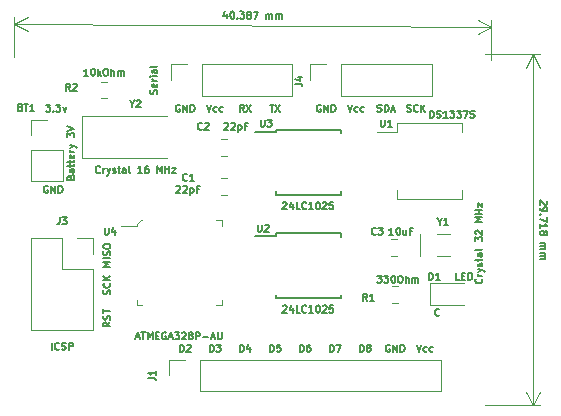
<source format=gto>
%TF.GenerationSoftware,KiCad,Pcbnew,(5.1.6)-1*%
%TF.CreationDate,2020-07-20T22:25:38-05:00*%
%TF.ProjectId,Project 3 - BACEE_2_layer,50726f6a-6563-4742-9033-202d20424143,1*%
%TF.SameCoordinates,Original*%
%TF.FileFunction,Legend,Top*%
%TF.FilePolarity,Positive*%
%FSLAX46Y46*%
G04 Gerber Fmt 4.6, Leading zero omitted, Abs format (unit mm)*
G04 Created by KiCad (PCBNEW (5.1.6)-1) date 2020-07-20 22:25:38*
%MOMM*%
%LPD*%
G01*
G04 APERTURE LIST*
%ADD10C,0.150000*%
%ADD11C,0.120000*%
%ADD12C,0.100000*%
G04 APERTURE END LIST*
D10*
X96899428Y-101273285D02*
X96928000Y-101301857D01*
X96956571Y-101359000D01*
X96956571Y-101501857D01*
X96928000Y-101559000D01*
X96899428Y-101587571D01*
X96842285Y-101616142D01*
X96785142Y-101616142D01*
X96699428Y-101587571D01*
X96356571Y-101244714D01*
X96356571Y-101616142D01*
X96356571Y-101901857D02*
X96356571Y-102016142D01*
X96385142Y-102073285D01*
X96413714Y-102101857D01*
X96499428Y-102159000D01*
X96613714Y-102187571D01*
X96842285Y-102187571D01*
X96899428Y-102159000D01*
X96928000Y-102130428D01*
X96956571Y-102073285D01*
X96956571Y-101959000D01*
X96928000Y-101901857D01*
X96899428Y-101873285D01*
X96842285Y-101844714D01*
X96699428Y-101844714D01*
X96642285Y-101873285D01*
X96613714Y-101901857D01*
X96585142Y-101959000D01*
X96585142Y-102073285D01*
X96613714Y-102130428D01*
X96642285Y-102159000D01*
X96699428Y-102187571D01*
X96413714Y-102444714D02*
X96385142Y-102473285D01*
X96356571Y-102444714D01*
X96385142Y-102416142D01*
X96413714Y-102444714D01*
X96356571Y-102444714D01*
X96956571Y-102673285D02*
X96956571Y-103073285D01*
X96356571Y-102816142D01*
X96356571Y-103616142D02*
X96356571Y-103273285D01*
X96356571Y-103444714D02*
X96956571Y-103444714D01*
X96870857Y-103387571D01*
X96813714Y-103330428D01*
X96785142Y-103273285D01*
X96699428Y-103959000D02*
X96728000Y-103901857D01*
X96756571Y-103873285D01*
X96813714Y-103844714D01*
X96842285Y-103844714D01*
X96899428Y-103873285D01*
X96928000Y-103901857D01*
X96956571Y-103959000D01*
X96956571Y-104073285D01*
X96928000Y-104130428D01*
X96899428Y-104159000D01*
X96842285Y-104187571D01*
X96813714Y-104187571D01*
X96756571Y-104159000D01*
X96728000Y-104130428D01*
X96699428Y-104073285D01*
X96699428Y-103959000D01*
X96670857Y-103901857D01*
X96642285Y-103873285D01*
X96585142Y-103844714D01*
X96470857Y-103844714D01*
X96413714Y-103873285D01*
X96385142Y-103901857D01*
X96356571Y-103959000D01*
X96356571Y-104073285D01*
X96385142Y-104130428D01*
X96413714Y-104159000D01*
X96470857Y-104187571D01*
X96585142Y-104187571D01*
X96642285Y-104159000D01*
X96670857Y-104130428D01*
X96699428Y-104073285D01*
X96356571Y-104901857D02*
X96756571Y-104901857D01*
X96699428Y-104901857D02*
X96728000Y-104930428D01*
X96756571Y-104987571D01*
X96756571Y-105073285D01*
X96728000Y-105130428D01*
X96670857Y-105159000D01*
X96356571Y-105159000D01*
X96670857Y-105159000D02*
X96728000Y-105187571D01*
X96756571Y-105244714D01*
X96756571Y-105330428D01*
X96728000Y-105387571D01*
X96670857Y-105416142D01*
X96356571Y-105416142D01*
X96356571Y-105701857D02*
X96756571Y-105701857D01*
X96699428Y-105701857D02*
X96728000Y-105730428D01*
X96756571Y-105787571D01*
X96756571Y-105873285D01*
X96728000Y-105930428D01*
X96670857Y-105959000D01*
X96356571Y-105959000D01*
X96670857Y-105959000D02*
X96728000Y-105987571D01*
X96756571Y-106044714D01*
X96756571Y-106130428D01*
X96728000Y-106187571D01*
X96670857Y-106216142D01*
X96356571Y-106216142D01*
D11*
X95758000Y-88900000D02*
X95758000Y-118618000D01*
X91694000Y-88900000D02*
X96344421Y-88900000D01*
X91694000Y-118618000D02*
X96344421Y-118618000D01*
X95758000Y-118618000D02*
X95171579Y-117491496D01*
X95758000Y-118618000D02*
X96344421Y-117491496D01*
X95758000Y-88900000D02*
X95171579Y-90026504D01*
X95758000Y-88900000D02*
X96344421Y-90026504D01*
D10*
X69832986Y-85460346D02*
X69830470Y-85860338D01*
X69691569Y-85230881D02*
X69546019Y-85658546D01*
X69917440Y-85660882D01*
X70262806Y-85263046D02*
X70319948Y-85263405D01*
X70376910Y-85292335D01*
X70405301Y-85321086D01*
X70433513Y-85378407D01*
X70461365Y-85492870D01*
X70460466Y-85635725D01*
X70431177Y-85749829D01*
X70402247Y-85806791D01*
X70373496Y-85835182D01*
X70316175Y-85863393D01*
X70259033Y-85863034D01*
X70202071Y-85834104D01*
X70173680Y-85805353D01*
X70145468Y-85748032D01*
X70117616Y-85633569D01*
X70118515Y-85490714D01*
X70147804Y-85376610D01*
X70176734Y-85319648D01*
X70205485Y-85291257D01*
X70262806Y-85263046D01*
X70716526Y-85808767D02*
X70744917Y-85837518D01*
X70716167Y-85865909D01*
X70687776Y-85837158D01*
X70716526Y-85808767D01*
X70716167Y-85865909D01*
X70948507Y-85267358D02*
X71319928Y-85269694D01*
X71118495Y-85497003D01*
X71204207Y-85497542D01*
X71261169Y-85526473D01*
X71289561Y-85555223D01*
X71317772Y-85612545D01*
X71316874Y-85755399D01*
X71287943Y-85812361D01*
X71259193Y-85840752D01*
X71201871Y-85868964D01*
X71030446Y-85867886D01*
X70973484Y-85838955D01*
X70945093Y-85810205D01*
X71661162Y-85528988D02*
X71604199Y-85500058D01*
X71575808Y-85471308D01*
X71547597Y-85413986D01*
X71547777Y-85385415D01*
X71576707Y-85328453D01*
X71605457Y-85300062D01*
X71662779Y-85271851D01*
X71777062Y-85272569D01*
X71834024Y-85301500D01*
X71862415Y-85330250D01*
X71890627Y-85387572D01*
X71890447Y-85416142D01*
X71861517Y-85473104D01*
X71832766Y-85501496D01*
X71775445Y-85529707D01*
X71661162Y-85528988D01*
X71603840Y-85557200D01*
X71575090Y-85585591D01*
X71546159Y-85642553D01*
X71545441Y-85756837D01*
X71573652Y-85814158D01*
X71602043Y-85842908D01*
X71659005Y-85871839D01*
X71773289Y-85872557D01*
X71830610Y-85844346D01*
X71859361Y-85815955D01*
X71888291Y-85758993D01*
X71889010Y-85644709D01*
X71860798Y-85587388D01*
X71832407Y-85558637D01*
X71775445Y-85529707D01*
X72091342Y-85274546D02*
X72491334Y-85277062D01*
X72230422Y-85875433D01*
X73173261Y-85881362D02*
X73175777Y-85481370D01*
X73175417Y-85538512D02*
X73204168Y-85510121D01*
X73261489Y-85481909D01*
X73347202Y-85482448D01*
X73404164Y-85511379D01*
X73432375Y-85568700D01*
X73430399Y-85882980D01*
X73432375Y-85568700D02*
X73461306Y-85511738D01*
X73518627Y-85483527D01*
X73604340Y-85484066D01*
X73661302Y-85512996D01*
X73689513Y-85570317D01*
X73687537Y-85884597D01*
X73973245Y-85886394D02*
X73975761Y-85486402D01*
X73975401Y-85543543D02*
X74004152Y-85515152D01*
X74061473Y-85486941D01*
X74147186Y-85487480D01*
X74204148Y-85516410D01*
X74232360Y-85573731D01*
X74230383Y-85888011D01*
X74232360Y-85573731D02*
X74261290Y-85516769D01*
X74318611Y-85488558D01*
X74404324Y-85489097D01*
X74461286Y-85518027D01*
X74489497Y-85575349D01*
X74487521Y-85889628D01*
D11*
X51833662Y-86345735D02*
X92219662Y-86599735D01*
X51816000Y-89154000D02*
X51837350Y-85759325D01*
X92202000Y-89408000D02*
X92223350Y-86013325D01*
X92219662Y-86599735D02*
X91089492Y-87179059D01*
X92219662Y-86599735D02*
X91096869Y-86006241D01*
X51833662Y-86345735D02*
X52956455Y-86939229D01*
X51833662Y-86345735D02*
X52963832Y-85766411D01*
D10*
X59961428Y-106860857D02*
X59361428Y-106860857D01*
X59790000Y-106660857D01*
X59361428Y-106460857D01*
X59961428Y-106460857D01*
X59961428Y-106175142D02*
X59361428Y-106175142D01*
X59932857Y-105918000D02*
X59961428Y-105832285D01*
X59961428Y-105689428D01*
X59932857Y-105632285D01*
X59904285Y-105603714D01*
X59847142Y-105575142D01*
X59790000Y-105575142D01*
X59732857Y-105603714D01*
X59704285Y-105632285D01*
X59675714Y-105689428D01*
X59647142Y-105803714D01*
X59618571Y-105860857D01*
X59590000Y-105889428D01*
X59532857Y-105918000D01*
X59475714Y-105918000D01*
X59418571Y-105889428D01*
X59390000Y-105860857D01*
X59361428Y-105803714D01*
X59361428Y-105660857D01*
X59390000Y-105575142D01*
X59361428Y-105203714D02*
X59361428Y-105089428D01*
X59390000Y-105032285D01*
X59447142Y-104975142D01*
X59561428Y-104946571D01*
X59761428Y-104946571D01*
X59875714Y-104975142D01*
X59932857Y-105032285D01*
X59961428Y-105089428D01*
X59961428Y-105203714D01*
X59932857Y-105260857D01*
X59875714Y-105318000D01*
X59761428Y-105346571D01*
X59561428Y-105346571D01*
X59447142Y-105318000D01*
X59390000Y-105260857D01*
X59361428Y-105203714D01*
X59932857Y-109229428D02*
X59961428Y-109143714D01*
X59961428Y-109000857D01*
X59932857Y-108943714D01*
X59904285Y-108915142D01*
X59847142Y-108886571D01*
X59790000Y-108886571D01*
X59732857Y-108915142D01*
X59704285Y-108943714D01*
X59675714Y-109000857D01*
X59647142Y-109115142D01*
X59618571Y-109172285D01*
X59590000Y-109200857D01*
X59532857Y-109229428D01*
X59475714Y-109229428D01*
X59418571Y-109200857D01*
X59390000Y-109172285D01*
X59361428Y-109115142D01*
X59361428Y-108972285D01*
X59390000Y-108886571D01*
X59904285Y-108286571D02*
X59932857Y-108315142D01*
X59961428Y-108400857D01*
X59961428Y-108458000D01*
X59932857Y-108543714D01*
X59875714Y-108600857D01*
X59818571Y-108629428D01*
X59704285Y-108658000D01*
X59618571Y-108658000D01*
X59504285Y-108629428D01*
X59447142Y-108600857D01*
X59390000Y-108543714D01*
X59361428Y-108458000D01*
X59361428Y-108400857D01*
X59390000Y-108315142D01*
X59418571Y-108286571D01*
X59961428Y-108029428D02*
X59361428Y-108029428D01*
X59961428Y-107686571D02*
X59618571Y-107943714D01*
X59361428Y-107686571D02*
X59704285Y-108029428D01*
X59961428Y-111580571D02*
X59675714Y-111780571D01*
X59961428Y-111923428D02*
X59361428Y-111923428D01*
X59361428Y-111694857D01*
X59390000Y-111637714D01*
X59418571Y-111609142D01*
X59475714Y-111580571D01*
X59561428Y-111580571D01*
X59618571Y-111609142D01*
X59647142Y-111637714D01*
X59675714Y-111694857D01*
X59675714Y-111923428D01*
X59932857Y-111352000D02*
X59961428Y-111266285D01*
X59961428Y-111123428D01*
X59932857Y-111066285D01*
X59904285Y-111037714D01*
X59847142Y-111009142D01*
X59790000Y-111009142D01*
X59732857Y-111037714D01*
X59704285Y-111066285D01*
X59675714Y-111123428D01*
X59647142Y-111237714D01*
X59618571Y-111294857D01*
X59590000Y-111323428D01*
X59532857Y-111352000D01*
X59475714Y-111352000D01*
X59418571Y-111323428D01*
X59390000Y-111294857D01*
X59361428Y-111237714D01*
X59361428Y-111094857D01*
X59390000Y-111009142D01*
X59361428Y-110837714D02*
X59361428Y-110494857D01*
X59961428Y-110666285D02*
X59361428Y-110666285D01*
X87815714Y-110958285D02*
X87787142Y-110986857D01*
X87701428Y-111015428D01*
X87644285Y-111015428D01*
X87558571Y-110986857D01*
X87501428Y-110929714D01*
X87472857Y-110872571D01*
X87444285Y-110758285D01*
X87444285Y-110672571D01*
X87472857Y-110558285D01*
X87501428Y-110501142D01*
X87558571Y-110444000D01*
X87644285Y-110415428D01*
X87701428Y-110415428D01*
X87787142Y-110444000D01*
X87815714Y-110472571D01*
X85899714Y-113463428D02*
X86099714Y-114063428D01*
X86299714Y-113463428D01*
X86756857Y-114034857D02*
X86699714Y-114063428D01*
X86585428Y-114063428D01*
X86528285Y-114034857D01*
X86499714Y-114006285D01*
X86471142Y-113949142D01*
X86471142Y-113777714D01*
X86499714Y-113720571D01*
X86528285Y-113692000D01*
X86585428Y-113663428D01*
X86699714Y-113663428D01*
X86756857Y-113692000D01*
X87271142Y-114034857D02*
X87214000Y-114063428D01*
X87099714Y-114063428D01*
X87042571Y-114034857D01*
X87014000Y-114006285D01*
X86985428Y-113949142D01*
X86985428Y-113777714D01*
X87014000Y-113720571D01*
X87042571Y-113692000D01*
X87099714Y-113663428D01*
X87214000Y-113663428D01*
X87271142Y-113692000D01*
X83616857Y-113492000D02*
X83559714Y-113463428D01*
X83474000Y-113463428D01*
X83388285Y-113492000D01*
X83331142Y-113549142D01*
X83302571Y-113606285D01*
X83274000Y-113720571D01*
X83274000Y-113806285D01*
X83302571Y-113920571D01*
X83331142Y-113977714D01*
X83388285Y-114034857D01*
X83474000Y-114063428D01*
X83531142Y-114063428D01*
X83616857Y-114034857D01*
X83645428Y-114006285D01*
X83645428Y-113806285D01*
X83531142Y-113806285D01*
X83902571Y-114063428D02*
X83902571Y-113463428D01*
X84245428Y-114063428D01*
X84245428Y-113463428D01*
X84531142Y-114063428D02*
X84531142Y-113463428D01*
X84674000Y-113463428D01*
X84759714Y-113492000D01*
X84816857Y-113549142D01*
X84845428Y-113606285D01*
X84874000Y-113720571D01*
X84874000Y-113806285D01*
X84845428Y-113920571D01*
X84816857Y-113977714D01*
X84759714Y-114034857D01*
X84674000Y-114063428D01*
X84531142Y-114063428D01*
X81091142Y-114063428D02*
X81091142Y-113463428D01*
X81234000Y-113463428D01*
X81319714Y-113492000D01*
X81376857Y-113549142D01*
X81405428Y-113606285D01*
X81434000Y-113720571D01*
X81434000Y-113806285D01*
X81405428Y-113920571D01*
X81376857Y-113977714D01*
X81319714Y-114034857D01*
X81234000Y-114063428D01*
X81091142Y-114063428D01*
X81776857Y-113720571D02*
X81719714Y-113692000D01*
X81691142Y-113663428D01*
X81662571Y-113606285D01*
X81662571Y-113577714D01*
X81691142Y-113520571D01*
X81719714Y-113492000D01*
X81776857Y-113463428D01*
X81891142Y-113463428D01*
X81948285Y-113492000D01*
X81976857Y-113520571D01*
X82005428Y-113577714D01*
X82005428Y-113606285D01*
X81976857Y-113663428D01*
X81948285Y-113692000D01*
X81891142Y-113720571D01*
X81776857Y-113720571D01*
X81719714Y-113749142D01*
X81691142Y-113777714D01*
X81662571Y-113834857D01*
X81662571Y-113949142D01*
X81691142Y-114006285D01*
X81719714Y-114034857D01*
X81776857Y-114063428D01*
X81891142Y-114063428D01*
X81948285Y-114034857D01*
X81976857Y-114006285D01*
X82005428Y-113949142D01*
X82005428Y-113834857D01*
X81976857Y-113777714D01*
X81948285Y-113749142D01*
X81891142Y-113720571D01*
X78551142Y-114063428D02*
X78551142Y-113463428D01*
X78694000Y-113463428D01*
X78779714Y-113492000D01*
X78836857Y-113549142D01*
X78865428Y-113606285D01*
X78894000Y-113720571D01*
X78894000Y-113806285D01*
X78865428Y-113920571D01*
X78836857Y-113977714D01*
X78779714Y-114034857D01*
X78694000Y-114063428D01*
X78551142Y-114063428D01*
X79094000Y-113463428D02*
X79494000Y-113463428D01*
X79236857Y-114063428D01*
X76011142Y-114063428D02*
X76011142Y-113463428D01*
X76154000Y-113463428D01*
X76239714Y-113492000D01*
X76296857Y-113549142D01*
X76325428Y-113606285D01*
X76354000Y-113720571D01*
X76354000Y-113806285D01*
X76325428Y-113920571D01*
X76296857Y-113977714D01*
X76239714Y-114034857D01*
X76154000Y-114063428D01*
X76011142Y-114063428D01*
X76868285Y-113463428D02*
X76754000Y-113463428D01*
X76696857Y-113492000D01*
X76668285Y-113520571D01*
X76611142Y-113606285D01*
X76582571Y-113720571D01*
X76582571Y-113949142D01*
X76611142Y-114006285D01*
X76639714Y-114034857D01*
X76696857Y-114063428D01*
X76811142Y-114063428D01*
X76868285Y-114034857D01*
X76896857Y-114006285D01*
X76925428Y-113949142D01*
X76925428Y-113806285D01*
X76896857Y-113749142D01*
X76868285Y-113720571D01*
X76811142Y-113692000D01*
X76696857Y-113692000D01*
X76639714Y-113720571D01*
X76611142Y-113749142D01*
X76582571Y-113806285D01*
X73471142Y-114063428D02*
X73471142Y-113463428D01*
X73614000Y-113463428D01*
X73699714Y-113492000D01*
X73756857Y-113549142D01*
X73785428Y-113606285D01*
X73814000Y-113720571D01*
X73814000Y-113806285D01*
X73785428Y-113920571D01*
X73756857Y-113977714D01*
X73699714Y-114034857D01*
X73614000Y-114063428D01*
X73471142Y-114063428D01*
X74356857Y-113463428D02*
X74071142Y-113463428D01*
X74042571Y-113749142D01*
X74071142Y-113720571D01*
X74128285Y-113692000D01*
X74271142Y-113692000D01*
X74328285Y-113720571D01*
X74356857Y-113749142D01*
X74385428Y-113806285D01*
X74385428Y-113949142D01*
X74356857Y-114006285D01*
X74328285Y-114034857D01*
X74271142Y-114063428D01*
X74128285Y-114063428D01*
X74071142Y-114034857D01*
X74042571Y-114006285D01*
X70931142Y-114063428D02*
X70931142Y-113463428D01*
X71074000Y-113463428D01*
X71159714Y-113492000D01*
X71216857Y-113549142D01*
X71245428Y-113606285D01*
X71274000Y-113720571D01*
X71274000Y-113806285D01*
X71245428Y-113920571D01*
X71216857Y-113977714D01*
X71159714Y-114034857D01*
X71074000Y-114063428D01*
X70931142Y-114063428D01*
X71788285Y-113663428D02*
X71788285Y-114063428D01*
X71645428Y-113434857D02*
X71502571Y-113863428D01*
X71874000Y-113863428D01*
X68391142Y-114063428D02*
X68391142Y-113463428D01*
X68534000Y-113463428D01*
X68619714Y-113492000D01*
X68676857Y-113549142D01*
X68705428Y-113606285D01*
X68734000Y-113720571D01*
X68734000Y-113806285D01*
X68705428Y-113920571D01*
X68676857Y-113977714D01*
X68619714Y-114034857D01*
X68534000Y-114063428D01*
X68391142Y-114063428D01*
X68934000Y-113463428D02*
X69305428Y-113463428D01*
X69105428Y-113692000D01*
X69191142Y-113692000D01*
X69248285Y-113720571D01*
X69276857Y-113749142D01*
X69305428Y-113806285D01*
X69305428Y-113949142D01*
X69276857Y-114006285D01*
X69248285Y-114034857D01*
X69191142Y-114063428D01*
X69019714Y-114063428D01*
X68962571Y-114034857D01*
X68934000Y-114006285D01*
X65851142Y-114063428D02*
X65851142Y-113463428D01*
X65994000Y-113463428D01*
X66079714Y-113492000D01*
X66136857Y-113549142D01*
X66165428Y-113606285D01*
X66194000Y-113720571D01*
X66194000Y-113806285D01*
X66165428Y-113920571D01*
X66136857Y-113977714D01*
X66079714Y-114034857D01*
X65994000Y-114063428D01*
X65851142Y-114063428D01*
X66422571Y-113520571D02*
X66451142Y-113492000D01*
X66508285Y-113463428D01*
X66651142Y-113463428D01*
X66708285Y-113492000D01*
X66736857Y-113520571D01*
X66765428Y-113577714D01*
X66765428Y-113634857D01*
X66736857Y-113720571D01*
X66394000Y-114063428D01*
X66765428Y-114063428D01*
X82583428Y-93714857D02*
X82669142Y-93743428D01*
X82812000Y-93743428D01*
X82869142Y-93714857D01*
X82897714Y-93686285D01*
X82926285Y-93629142D01*
X82926285Y-93572000D01*
X82897714Y-93514857D01*
X82869142Y-93486285D01*
X82812000Y-93457714D01*
X82697714Y-93429142D01*
X82640571Y-93400571D01*
X82612000Y-93372000D01*
X82583428Y-93314857D01*
X82583428Y-93257714D01*
X82612000Y-93200571D01*
X82640571Y-93172000D01*
X82697714Y-93143428D01*
X82840571Y-93143428D01*
X82926285Y-93172000D01*
X83183428Y-93743428D02*
X83183428Y-93143428D01*
X83326285Y-93143428D01*
X83412000Y-93172000D01*
X83469142Y-93229142D01*
X83497714Y-93286285D01*
X83526285Y-93400571D01*
X83526285Y-93486285D01*
X83497714Y-93600571D01*
X83469142Y-93657714D01*
X83412000Y-93714857D01*
X83326285Y-93743428D01*
X83183428Y-93743428D01*
X83754857Y-93572000D02*
X84040571Y-93572000D01*
X83697714Y-93743428D02*
X83897714Y-93143428D01*
X84097714Y-93743428D01*
X80057714Y-93143428D02*
X80257714Y-93743428D01*
X80457714Y-93143428D01*
X80914857Y-93714857D02*
X80857714Y-93743428D01*
X80743428Y-93743428D01*
X80686285Y-93714857D01*
X80657714Y-93686285D01*
X80629142Y-93629142D01*
X80629142Y-93457714D01*
X80657714Y-93400571D01*
X80686285Y-93372000D01*
X80743428Y-93343428D01*
X80857714Y-93343428D01*
X80914857Y-93372000D01*
X81429142Y-93714857D02*
X81372000Y-93743428D01*
X81257714Y-93743428D01*
X81200571Y-93714857D01*
X81172000Y-93686285D01*
X81143428Y-93629142D01*
X81143428Y-93457714D01*
X81172000Y-93400571D01*
X81200571Y-93372000D01*
X81257714Y-93343428D01*
X81372000Y-93343428D01*
X81429142Y-93372000D01*
X85080571Y-93714857D02*
X85166285Y-93743428D01*
X85309142Y-93743428D01*
X85366285Y-93714857D01*
X85394857Y-93686285D01*
X85423428Y-93629142D01*
X85423428Y-93572000D01*
X85394857Y-93514857D01*
X85366285Y-93486285D01*
X85309142Y-93457714D01*
X85194857Y-93429142D01*
X85137714Y-93400571D01*
X85109142Y-93372000D01*
X85080571Y-93314857D01*
X85080571Y-93257714D01*
X85109142Y-93200571D01*
X85137714Y-93172000D01*
X85194857Y-93143428D01*
X85337714Y-93143428D01*
X85423428Y-93172000D01*
X86023428Y-93686285D02*
X85994857Y-93714857D01*
X85909142Y-93743428D01*
X85852000Y-93743428D01*
X85766285Y-93714857D01*
X85709142Y-93657714D01*
X85680571Y-93600571D01*
X85652000Y-93486285D01*
X85652000Y-93400571D01*
X85680571Y-93286285D01*
X85709142Y-93229142D01*
X85766285Y-93172000D01*
X85852000Y-93143428D01*
X85909142Y-93143428D01*
X85994857Y-93172000D01*
X86023428Y-93200571D01*
X86280571Y-93743428D02*
X86280571Y-93143428D01*
X86623428Y-93743428D02*
X86366285Y-93400571D01*
X86623428Y-93143428D02*
X86280571Y-93486285D01*
X77774857Y-93172000D02*
X77717714Y-93143428D01*
X77632000Y-93143428D01*
X77546285Y-93172000D01*
X77489142Y-93229142D01*
X77460571Y-93286285D01*
X77432000Y-93400571D01*
X77432000Y-93486285D01*
X77460571Y-93600571D01*
X77489142Y-93657714D01*
X77546285Y-93714857D01*
X77632000Y-93743428D01*
X77689142Y-93743428D01*
X77774857Y-93714857D01*
X77803428Y-93686285D01*
X77803428Y-93486285D01*
X77689142Y-93486285D01*
X78060571Y-93743428D02*
X78060571Y-93143428D01*
X78403428Y-93743428D01*
X78403428Y-93143428D01*
X78689142Y-93743428D02*
X78689142Y-93143428D01*
X78832000Y-93143428D01*
X78917714Y-93172000D01*
X78974857Y-93229142D01*
X79003428Y-93286285D01*
X79032000Y-93400571D01*
X79032000Y-93486285D01*
X79003428Y-93600571D01*
X78974857Y-93657714D01*
X78917714Y-93714857D01*
X78832000Y-93743428D01*
X78689142Y-93743428D01*
X73456857Y-93143428D02*
X73799714Y-93143428D01*
X73628285Y-93743428D02*
X73628285Y-93143428D01*
X73942571Y-93143428D02*
X74342571Y-93743428D01*
X74342571Y-93143428D02*
X73942571Y-93743428D01*
X71274000Y-93743428D02*
X71074000Y-93457714D01*
X70931142Y-93743428D02*
X70931142Y-93143428D01*
X71159714Y-93143428D01*
X71216857Y-93172000D01*
X71245428Y-93200571D01*
X71274000Y-93257714D01*
X71274000Y-93343428D01*
X71245428Y-93400571D01*
X71216857Y-93429142D01*
X71159714Y-93457714D01*
X70931142Y-93457714D01*
X71474000Y-93143428D02*
X71874000Y-93743428D01*
X71874000Y-93143428D02*
X71474000Y-93743428D01*
X68119714Y-93143428D02*
X68319714Y-93743428D01*
X68519714Y-93143428D01*
X68976857Y-93714857D02*
X68919714Y-93743428D01*
X68805428Y-93743428D01*
X68748285Y-93714857D01*
X68719714Y-93686285D01*
X68691142Y-93629142D01*
X68691142Y-93457714D01*
X68719714Y-93400571D01*
X68748285Y-93372000D01*
X68805428Y-93343428D01*
X68919714Y-93343428D01*
X68976857Y-93372000D01*
X69491142Y-93714857D02*
X69434000Y-93743428D01*
X69319714Y-93743428D01*
X69262571Y-93714857D01*
X69234000Y-93686285D01*
X69205428Y-93629142D01*
X69205428Y-93457714D01*
X69234000Y-93400571D01*
X69262571Y-93372000D01*
X69319714Y-93343428D01*
X69434000Y-93343428D01*
X69491142Y-93372000D01*
X65836857Y-93172000D02*
X65779714Y-93143428D01*
X65694000Y-93143428D01*
X65608285Y-93172000D01*
X65551142Y-93229142D01*
X65522571Y-93286285D01*
X65494000Y-93400571D01*
X65494000Y-93486285D01*
X65522571Y-93600571D01*
X65551142Y-93657714D01*
X65608285Y-93714857D01*
X65694000Y-93743428D01*
X65751142Y-93743428D01*
X65836857Y-93714857D01*
X65865428Y-93686285D01*
X65865428Y-93486285D01*
X65751142Y-93486285D01*
X66122571Y-93743428D02*
X66122571Y-93143428D01*
X66465428Y-93743428D01*
X66465428Y-93143428D01*
X66751142Y-93743428D02*
X66751142Y-93143428D01*
X66894000Y-93143428D01*
X66979714Y-93172000D01*
X67036857Y-93229142D01*
X67065428Y-93286285D01*
X67094000Y-93400571D01*
X67094000Y-93486285D01*
X67065428Y-93600571D01*
X67036857Y-93657714D01*
X66979714Y-93714857D01*
X66894000Y-93743428D01*
X66751142Y-93743428D01*
X56599142Y-99296285D02*
X56627714Y-99210571D01*
X56656285Y-99182000D01*
X56713428Y-99153428D01*
X56799142Y-99153428D01*
X56856285Y-99182000D01*
X56884857Y-99210571D01*
X56913428Y-99267714D01*
X56913428Y-99496285D01*
X56313428Y-99496285D01*
X56313428Y-99296285D01*
X56342000Y-99239142D01*
X56370571Y-99210571D01*
X56427714Y-99182000D01*
X56484857Y-99182000D01*
X56542000Y-99210571D01*
X56570571Y-99239142D01*
X56599142Y-99296285D01*
X56599142Y-99496285D01*
X56913428Y-98639142D02*
X56599142Y-98639142D01*
X56542000Y-98667714D01*
X56513428Y-98724857D01*
X56513428Y-98839142D01*
X56542000Y-98896285D01*
X56884857Y-98639142D02*
X56913428Y-98696285D01*
X56913428Y-98839142D01*
X56884857Y-98896285D01*
X56827714Y-98924857D01*
X56770571Y-98924857D01*
X56713428Y-98896285D01*
X56684857Y-98839142D01*
X56684857Y-98696285D01*
X56656285Y-98639142D01*
X56513428Y-98439142D02*
X56513428Y-98210571D01*
X56313428Y-98353428D02*
X56827714Y-98353428D01*
X56884857Y-98324857D01*
X56913428Y-98267714D01*
X56913428Y-98210571D01*
X56513428Y-98096285D02*
X56513428Y-97867714D01*
X56313428Y-98010571D02*
X56827714Y-98010571D01*
X56884857Y-97982000D01*
X56913428Y-97924857D01*
X56913428Y-97867714D01*
X56884857Y-97439142D02*
X56913428Y-97496285D01*
X56913428Y-97610571D01*
X56884857Y-97667714D01*
X56827714Y-97696285D01*
X56599142Y-97696285D01*
X56542000Y-97667714D01*
X56513428Y-97610571D01*
X56513428Y-97496285D01*
X56542000Y-97439142D01*
X56599142Y-97410571D01*
X56656285Y-97410571D01*
X56713428Y-97696285D01*
X56913428Y-97153428D02*
X56513428Y-97153428D01*
X56627714Y-97153428D02*
X56570571Y-97124857D01*
X56542000Y-97096285D01*
X56513428Y-97039142D01*
X56513428Y-96982000D01*
X56513428Y-96839142D02*
X56913428Y-96696285D01*
X56513428Y-96553428D02*
X56913428Y-96696285D01*
X57056285Y-96753428D01*
X57084857Y-96782000D01*
X57113428Y-96839142D01*
X56313428Y-95924857D02*
X56313428Y-95553428D01*
X56542000Y-95753428D01*
X56542000Y-95667714D01*
X56570571Y-95610571D01*
X56599142Y-95582000D01*
X56656285Y-95553428D01*
X56799142Y-95553428D01*
X56856285Y-95582000D01*
X56884857Y-95610571D01*
X56913428Y-95667714D01*
X56913428Y-95839142D01*
X56884857Y-95896285D01*
X56856285Y-95924857D01*
X56313428Y-95382000D02*
X56913428Y-95182000D01*
X56313428Y-94982000D01*
X54660857Y-100030000D02*
X54603714Y-100001428D01*
X54518000Y-100001428D01*
X54432285Y-100030000D01*
X54375142Y-100087142D01*
X54346571Y-100144285D01*
X54318000Y-100258571D01*
X54318000Y-100344285D01*
X54346571Y-100458571D01*
X54375142Y-100515714D01*
X54432285Y-100572857D01*
X54518000Y-100601428D01*
X54575142Y-100601428D01*
X54660857Y-100572857D01*
X54689428Y-100544285D01*
X54689428Y-100344285D01*
X54575142Y-100344285D01*
X54946571Y-100601428D02*
X54946571Y-100001428D01*
X55289428Y-100601428D01*
X55289428Y-100001428D01*
X55575142Y-100601428D02*
X55575142Y-100001428D01*
X55718000Y-100001428D01*
X55803714Y-100030000D01*
X55860857Y-100087142D01*
X55889428Y-100144285D01*
X55918000Y-100258571D01*
X55918000Y-100344285D01*
X55889428Y-100458571D01*
X55860857Y-100515714D01*
X55803714Y-100572857D01*
X55718000Y-100601428D01*
X55575142Y-100601428D01*
X54514857Y-93143428D02*
X54886285Y-93143428D01*
X54686285Y-93372000D01*
X54772000Y-93372000D01*
X54829142Y-93400571D01*
X54857714Y-93429142D01*
X54886285Y-93486285D01*
X54886285Y-93629142D01*
X54857714Y-93686285D01*
X54829142Y-93714857D01*
X54772000Y-93743428D01*
X54600571Y-93743428D01*
X54543428Y-93714857D01*
X54514857Y-93686285D01*
X55143428Y-93686285D02*
X55172000Y-93714857D01*
X55143428Y-93743428D01*
X55114857Y-93714857D01*
X55143428Y-93686285D01*
X55143428Y-93743428D01*
X55372000Y-93143428D02*
X55743428Y-93143428D01*
X55543428Y-93372000D01*
X55629142Y-93372000D01*
X55686285Y-93400571D01*
X55714857Y-93429142D01*
X55743428Y-93486285D01*
X55743428Y-93629142D01*
X55714857Y-93686285D01*
X55686285Y-93714857D01*
X55629142Y-93743428D01*
X55457714Y-93743428D01*
X55400571Y-93714857D01*
X55372000Y-93686285D01*
X55943428Y-93343428D02*
X56086285Y-93743428D01*
X56229142Y-93343428D01*
D11*
%TO.C,BT1*%
X53280000Y-99628000D02*
X55940000Y-99628000D01*
X53280000Y-97028000D02*
X53280000Y-99628000D01*
X55940000Y-97028000D02*
X55940000Y-99628000D01*
X53280000Y-97028000D02*
X55940000Y-97028000D01*
X53280000Y-95758000D02*
X53280000Y-94428000D01*
X53280000Y-94428000D02*
X54610000Y-94428000D01*
%TO.C,C1*%
X69334748Y-99366000D02*
X69857252Y-99366000D01*
X69334748Y-100786000D02*
X69857252Y-100786000D01*
%TO.C,C2*%
X69334748Y-97484000D02*
X69857252Y-97484000D01*
X69334748Y-96064000D02*
X69857252Y-96064000D01*
%TO.C,C3*%
X83694748Y-104573000D02*
X84217252Y-104573000D01*
X83694748Y-105993000D02*
X84217252Y-105993000D01*
%TO.C,D1*%
X89891000Y-108215000D02*
X87031000Y-108215000D01*
X87031000Y-108215000D02*
X87031000Y-110135000D01*
X87031000Y-110135000D02*
X89891000Y-110135000D01*
%TO.C,J1*%
X67564000Y-117408000D02*
X67564000Y-114748000D01*
X67564000Y-117408000D02*
X87944000Y-117408000D01*
X87944000Y-117408000D02*
X87944000Y-114748000D01*
X67564000Y-114748000D02*
X87944000Y-114748000D01*
X64964000Y-114748000D02*
X66294000Y-114748000D01*
X64964000Y-116078000D02*
X64964000Y-114748000D01*
%TO.C,Serial*%
X65091000Y-91059000D02*
X65091000Y-89729000D01*
X65091000Y-89729000D02*
X66421000Y-89729000D01*
X67691000Y-89729000D02*
X75371000Y-89729000D01*
X75371000Y-92389000D02*
X75371000Y-89729000D01*
X67691000Y-92389000D02*
X75371000Y-92389000D01*
X67691000Y-92389000D02*
X67691000Y-89729000D01*
%TO.C,J3*%
X53280000Y-104461000D02*
X55880000Y-104461000D01*
X53280000Y-104461000D02*
X53280000Y-112201000D01*
X53280000Y-112201000D02*
X58480000Y-112201000D01*
X58480000Y-107061000D02*
X58480000Y-112201000D01*
X55880000Y-107061000D02*
X58480000Y-107061000D01*
X55880000Y-104461000D02*
X55880000Y-107061000D01*
X58480000Y-104461000D02*
X58480000Y-105791000D01*
X57150000Y-104461000D02*
X58480000Y-104461000D01*
%TO.C,J4*%
X79502000Y-92389000D02*
X79502000Y-89729000D01*
X79502000Y-92389000D02*
X87182000Y-92389000D01*
X87182000Y-92389000D02*
X87182000Y-89729000D01*
X79502000Y-89729000D02*
X87182000Y-89729000D01*
X76902000Y-89729000D02*
X78232000Y-89729000D01*
X76902000Y-91059000D02*
X76902000Y-89729000D01*
%TO.C,R1*%
X83812748Y-108510000D02*
X84335252Y-108510000D01*
X83812748Y-109930000D02*
X84335252Y-109930000D01*
%TO.C,R2*%
X59165748Y-92619000D02*
X59688252Y-92619000D01*
X59165748Y-91199000D02*
X59688252Y-91199000D01*
%TO.C,U1*%
X86995000Y-101127000D02*
X89755000Y-101127000D01*
X89755000Y-101127000D02*
X89755000Y-100382000D01*
X86995000Y-101127000D02*
X84235000Y-101127000D01*
X84235000Y-101127000D02*
X84235000Y-100382000D01*
X86995000Y-94707000D02*
X89755000Y-94707000D01*
X89755000Y-94707000D02*
X89755000Y-95452000D01*
X86995000Y-94707000D02*
X84235000Y-94707000D01*
X84235000Y-94707000D02*
X84235000Y-95452000D01*
X84235000Y-95452000D02*
X82545000Y-95452000D01*
D10*
%TO.C,U2*%
X73958000Y-104257000D02*
X72208000Y-104257000D01*
X73958000Y-109562000D02*
X79458000Y-109562000D01*
X73958000Y-104052000D02*
X79458000Y-104052000D01*
X73958000Y-109562000D02*
X73958000Y-109262000D01*
X79458000Y-109562000D02*
X79458000Y-109262000D01*
X79458000Y-104052000D02*
X79458000Y-104352000D01*
X73958000Y-104052000D02*
X73958000Y-104257000D01*
%TO.C,U3*%
X73958000Y-95289000D02*
X73958000Y-95494000D01*
X79458000Y-95289000D02*
X79458000Y-95589000D01*
X79458000Y-100799000D02*
X79458000Y-100499000D01*
X73958000Y-100799000D02*
X73958000Y-100499000D01*
X73958000Y-95289000D02*
X79458000Y-95289000D01*
X73958000Y-100799000D02*
X79458000Y-100799000D01*
X73958000Y-95494000D02*
X72208000Y-95494000D01*
D12*
%TO.C,U4*%
X62636000Y-102953000D02*
X62536000Y-102953000D01*
X62536000Y-102953000D02*
X62186000Y-103303000D01*
X62186000Y-103303000D02*
X62186000Y-103403000D01*
X62186000Y-103403000D02*
X60886000Y-103403000D01*
X69386000Y-102953000D02*
X68936000Y-102953000D01*
X69386000Y-102953000D02*
X69386000Y-103403000D01*
X69386000Y-110153000D02*
X69386000Y-109703000D01*
X69386000Y-110153000D02*
X68936000Y-110153000D01*
X62186000Y-110153000D02*
X62636000Y-110153000D01*
X62186000Y-110153000D02*
X62186000Y-109703000D01*
D11*
%TO.C,Y1*%
X87588000Y-104083000D02*
X88688000Y-104083000D01*
X87588000Y-105983000D02*
X88688000Y-105983000D01*
X86188000Y-104133000D02*
X86188000Y-105933000D01*
%TO.C,Y2*%
X64803000Y-94085000D02*
X57553000Y-94085000D01*
X57553000Y-94085000D02*
X57553000Y-97685000D01*
X57553000Y-97685000D02*
X64803000Y-97685000D01*
%TO.C,BT1*%
D10*
X52360571Y-93385142D02*
X52446285Y-93413714D01*
X52474857Y-93442285D01*
X52503428Y-93499428D01*
X52503428Y-93585142D01*
X52474857Y-93642285D01*
X52446285Y-93670857D01*
X52389142Y-93699428D01*
X52160571Y-93699428D01*
X52160571Y-93099428D01*
X52360571Y-93099428D01*
X52417714Y-93128000D01*
X52446285Y-93156571D01*
X52474857Y-93213714D01*
X52474857Y-93270857D01*
X52446285Y-93328000D01*
X52417714Y-93356571D01*
X52360571Y-93385142D01*
X52160571Y-93385142D01*
X52674857Y-93099428D02*
X53017714Y-93099428D01*
X52846285Y-93699428D02*
X52846285Y-93099428D01*
X53532000Y-93699428D02*
X53189142Y-93699428D01*
X53360571Y-93699428D02*
X53360571Y-93099428D01*
X53303428Y-93185142D01*
X53246285Y-93242285D01*
X53189142Y-93270857D01*
%TO.C,C1*%
X66448000Y-99528285D02*
X66419428Y-99556857D01*
X66333714Y-99585428D01*
X66276571Y-99585428D01*
X66190857Y-99556857D01*
X66133714Y-99499714D01*
X66105142Y-99442571D01*
X66076571Y-99328285D01*
X66076571Y-99242571D01*
X66105142Y-99128285D01*
X66133714Y-99071142D01*
X66190857Y-99014000D01*
X66276571Y-98985428D01*
X66333714Y-98985428D01*
X66419428Y-99014000D01*
X66448000Y-99042571D01*
X67019428Y-99585428D02*
X66676571Y-99585428D01*
X66848000Y-99585428D02*
X66848000Y-98985428D01*
X66790857Y-99071142D01*
X66733714Y-99128285D01*
X66676571Y-99156857D01*
X65562285Y-100058571D02*
X65590857Y-100030000D01*
X65648000Y-100001428D01*
X65790857Y-100001428D01*
X65848000Y-100030000D01*
X65876571Y-100058571D01*
X65905142Y-100115714D01*
X65905142Y-100172857D01*
X65876571Y-100258571D01*
X65533714Y-100601428D01*
X65905142Y-100601428D01*
X66133714Y-100058571D02*
X66162285Y-100030000D01*
X66219428Y-100001428D01*
X66362285Y-100001428D01*
X66419428Y-100030000D01*
X66448000Y-100058571D01*
X66476571Y-100115714D01*
X66476571Y-100172857D01*
X66448000Y-100258571D01*
X66105142Y-100601428D01*
X66476571Y-100601428D01*
X66733714Y-100201428D02*
X66733714Y-100801428D01*
X66733714Y-100230000D02*
X66790857Y-100201428D01*
X66905142Y-100201428D01*
X66962285Y-100230000D01*
X66990857Y-100258571D01*
X67019428Y-100315714D01*
X67019428Y-100487142D01*
X66990857Y-100544285D01*
X66962285Y-100572857D01*
X66905142Y-100601428D01*
X66790857Y-100601428D01*
X66733714Y-100572857D01*
X67476571Y-100287142D02*
X67276571Y-100287142D01*
X67276571Y-100601428D02*
X67276571Y-100001428D01*
X67562285Y-100001428D01*
%TO.C,C2*%
X67718000Y-95210285D02*
X67689428Y-95238857D01*
X67603714Y-95267428D01*
X67546571Y-95267428D01*
X67460857Y-95238857D01*
X67403714Y-95181714D01*
X67375142Y-95124571D01*
X67346571Y-95010285D01*
X67346571Y-94924571D01*
X67375142Y-94810285D01*
X67403714Y-94753142D01*
X67460857Y-94696000D01*
X67546571Y-94667428D01*
X67603714Y-94667428D01*
X67689428Y-94696000D01*
X67718000Y-94724571D01*
X67946571Y-94724571D02*
X67975142Y-94696000D01*
X68032285Y-94667428D01*
X68175142Y-94667428D01*
X68232285Y-94696000D01*
X68260857Y-94724571D01*
X68289428Y-94781714D01*
X68289428Y-94838857D01*
X68260857Y-94924571D01*
X67918000Y-95267428D01*
X68289428Y-95267428D01*
X69626285Y-94724571D02*
X69654857Y-94696000D01*
X69712000Y-94667428D01*
X69854857Y-94667428D01*
X69912000Y-94696000D01*
X69940571Y-94724571D01*
X69969142Y-94781714D01*
X69969142Y-94838857D01*
X69940571Y-94924571D01*
X69597714Y-95267428D01*
X69969142Y-95267428D01*
X70197714Y-94724571D02*
X70226285Y-94696000D01*
X70283428Y-94667428D01*
X70426285Y-94667428D01*
X70483428Y-94696000D01*
X70512000Y-94724571D01*
X70540571Y-94781714D01*
X70540571Y-94838857D01*
X70512000Y-94924571D01*
X70169142Y-95267428D01*
X70540571Y-95267428D01*
X70797714Y-94867428D02*
X70797714Y-95467428D01*
X70797714Y-94896000D02*
X70854857Y-94867428D01*
X70969142Y-94867428D01*
X71026285Y-94896000D01*
X71054857Y-94924571D01*
X71083428Y-94981714D01*
X71083428Y-95153142D01*
X71054857Y-95210285D01*
X71026285Y-95238857D01*
X70969142Y-95267428D01*
X70854857Y-95267428D01*
X70797714Y-95238857D01*
X71540571Y-94953142D02*
X71340571Y-94953142D01*
X71340571Y-95267428D02*
X71340571Y-94667428D01*
X71626285Y-94667428D01*
%TO.C,C3*%
X82450000Y-104100285D02*
X82421428Y-104128857D01*
X82335714Y-104157428D01*
X82278571Y-104157428D01*
X82192857Y-104128857D01*
X82135714Y-104071714D01*
X82107142Y-104014571D01*
X82078571Y-103900285D01*
X82078571Y-103814571D01*
X82107142Y-103700285D01*
X82135714Y-103643142D01*
X82192857Y-103586000D01*
X82278571Y-103557428D01*
X82335714Y-103557428D01*
X82421428Y-103586000D01*
X82450000Y-103614571D01*
X82650000Y-103557428D02*
X83021428Y-103557428D01*
X82821428Y-103786000D01*
X82907142Y-103786000D01*
X82964285Y-103814571D01*
X82992857Y-103843142D01*
X83021428Y-103900285D01*
X83021428Y-104043142D01*
X82992857Y-104100285D01*
X82964285Y-104128857D01*
X82907142Y-104157428D01*
X82735714Y-104157428D01*
X82678571Y-104128857D01*
X82650000Y-104100285D01*
X83939142Y-104157428D02*
X83596285Y-104157428D01*
X83767714Y-104157428D02*
X83767714Y-103557428D01*
X83710571Y-103643142D01*
X83653428Y-103700285D01*
X83596285Y-103728857D01*
X84310571Y-103557428D02*
X84367714Y-103557428D01*
X84424857Y-103586000D01*
X84453428Y-103614571D01*
X84482000Y-103671714D01*
X84510571Y-103786000D01*
X84510571Y-103928857D01*
X84482000Y-104043142D01*
X84453428Y-104100285D01*
X84424857Y-104128857D01*
X84367714Y-104157428D01*
X84310571Y-104157428D01*
X84253428Y-104128857D01*
X84224857Y-104100285D01*
X84196285Y-104043142D01*
X84167714Y-103928857D01*
X84167714Y-103786000D01*
X84196285Y-103671714D01*
X84224857Y-103614571D01*
X84253428Y-103586000D01*
X84310571Y-103557428D01*
X85024857Y-103757428D02*
X85024857Y-104157428D01*
X84767714Y-103757428D02*
X84767714Y-104071714D01*
X84796285Y-104128857D01*
X84853428Y-104157428D01*
X84939142Y-104157428D01*
X84996285Y-104128857D01*
X85024857Y-104100285D01*
X85510571Y-103843142D02*
X85310571Y-103843142D01*
X85310571Y-104157428D02*
X85310571Y-103557428D01*
X85596285Y-103557428D01*
%TO.C,D1*%
X86933142Y-107967428D02*
X86933142Y-107367428D01*
X87076000Y-107367428D01*
X87161714Y-107396000D01*
X87218857Y-107453142D01*
X87247428Y-107510285D01*
X87276000Y-107624571D01*
X87276000Y-107710285D01*
X87247428Y-107824571D01*
X87218857Y-107881714D01*
X87161714Y-107938857D01*
X87076000Y-107967428D01*
X86933142Y-107967428D01*
X87847428Y-107967428D02*
X87504571Y-107967428D01*
X87676000Y-107967428D02*
X87676000Y-107367428D01*
X87618857Y-107453142D01*
X87561714Y-107510285D01*
X87504571Y-107538857D01*
X89530285Y-107967428D02*
X89244571Y-107967428D01*
X89244571Y-107367428D01*
X89730285Y-107653142D02*
X89930285Y-107653142D01*
X90016000Y-107967428D02*
X89730285Y-107967428D01*
X89730285Y-107367428D01*
X90016000Y-107367428D01*
X90273142Y-107967428D02*
X90273142Y-107367428D01*
X90416000Y-107367428D01*
X90501714Y-107396000D01*
X90558857Y-107453142D01*
X90587428Y-107510285D01*
X90616000Y-107624571D01*
X90616000Y-107710285D01*
X90587428Y-107824571D01*
X90558857Y-107881714D01*
X90501714Y-107938857D01*
X90416000Y-107967428D01*
X90273142Y-107967428D01*
%TO.C,J1*%
X63195428Y-116278000D02*
X63624000Y-116278000D01*
X63709714Y-116306571D01*
X63766857Y-116363714D01*
X63795428Y-116449428D01*
X63795428Y-116506571D01*
X63795428Y-115678000D02*
X63795428Y-116020857D01*
X63795428Y-115849428D02*
X63195428Y-115849428D01*
X63281142Y-115906571D01*
X63338285Y-115963714D01*
X63366857Y-116020857D01*
%TO.C,Serial*%
X63893857Y-92244714D02*
X63922428Y-92159000D01*
X63922428Y-92016142D01*
X63893857Y-91959000D01*
X63865285Y-91930428D01*
X63808142Y-91901857D01*
X63751000Y-91901857D01*
X63693857Y-91930428D01*
X63665285Y-91959000D01*
X63636714Y-92016142D01*
X63608142Y-92130428D01*
X63579571Y-92187571D01*
X63551000Y-92216142D01*
X63493857Y-92244714D01*
X63436714Y-92244714D01*
X63379571Y-92216142D01*
X63351000Y-92187571D01*
X63322428Y-92130428D01*
X63322428Y-91987571D01*
X63351000Y-91901857D01*
X63893857Y-91416142D02*
X63922428Y-91473285D01*
X63922428Y-91587571D01*
X63893857Y-91644714D01*
X63836714Y-91673285D01*
X63608142Y-91673285D01*
X63551000Y-91644714D01*
X63522428Y-91587571D01*
X63522428Y-91473285D01*
X63551000Y-91416142D01*
X63608142Y-91387571D01*
X63665285Y-91387571D01*
X63722428Y-91673285D01*
X63922428Y-91130428D02*
X63522428Y-91130428D01*
X63636714Y-91130428D02*
X63579571Y-91101857D01*
X63551000Y-91073285D01*
X63522428Y-91016142D01*
X63522428Y-90959000D01*
X63922428Y-90759000D02*
X63522428Y-90759000D01*
X63322428Y-90759000D02*
X63351000Y-90787571D01*
X63379571Y-90759000D01*
X63351000Y-90730428D01*
X63322428Y-90759000D01*
X63379571Y-90759000D01*
X63922428Y-90216142D02*
X63608142Y-90216142D01*
X63551000Y-90244714D01*
X63522428Y-90301857D01*
X63522428Y-90416142D01*
X63551000Y-90473285D01*
X63893857Y-90216142D02*
X63922428Y-90273285D01*
X63922428Y-90416142D01*
X63893857Y-90473285D01*
X63836714Y-90501857D01*
X63779571Y-90501857D01*
X63722428Y-90473285D01*
X63693857Y-90416142D01*
X63693857Y-90273285D01*
X63665285Y-90216142D01*
X63922428Y-89844714D02*
X63893857Y-89901857D01*
X63836714Y-89930428D01*
X63322428Y-89930428D01*
%TO.C,J3*%
X55680000Y-102692428D02*
X55680000Y-103121000D01*
X55651428Y-103206714D01*
X55594285Y-103263857D01*
X55508571Y-103292428D01*
X55451428Y-103292428D01*
X55908571Y-102692428D02*
X56280000Y-102692428D01*
X56080000Y-102921000D01*
X56165714Y-102921000D01*
X56222857Y-102949571D01*
X56251428Y-102978142D01*
X56280000Y-103035285D01*
X56280000Y-103178142D01*
X56251428Y-103235285D01*
X56222857Y-103263857D01*
X56165714Y-103292428D01*
X55994285Y-103292428D01*
X55937142Y-103263857D01*
X55908571Y-103235285D01*
X54994285Y-113912428D02*
X54994285Y-113312428D01*
X55622857Y-113855285D02*
X55594285Y-113883857D01*
X55508571Y-113912428D01*
X55451428Y-113912428D01*
X55365714Y-113883857D01*
X55308571Y-113826714D01*
X55280000Y-113769571D01*
X55251428Y-113655285D01*
X55251428Y-113569571D01*
X55280000Y-113455285D01*
X55308571Y-113398142D01*
X55365714Y-113341000D01*
X55451428Y-113312428D01*
X55508571Y-113312428D01*
X55594285Y-113341000D01*
X55622857Y-113369571D01*
X55851428Y-113883857D02*
X55937142Y-113912428D01*
X56080000Y-113912428D01*
X56137142Y-113883857D01*
X56165714Y-113855285D01*
X56194285Y-113798142D01*
X56194285Y-113741000D01*
X56165714Y-113683857D01*
X56137142Y-113655285D01*
X56080000Y-113626714D01*
X55965714Y-113598142D01*
X55908571Y-113569571D01*
X55880000Y-113541000D01*
X55851428Y-113483857D01*
X55851428Y-113426714D01*
X55880000Y-113369571D01*
X55908571Y-113341000D01*
X55965714Y-113312428D01*
X56108571Y-113312428D01*
X56194285Y-113341000D01*
X56451428Y-113912428D02*
X56451428Y-113312428D01*
X56680000Y-113312428D01*
X56737142Y-113341000D01*
X56765714Y-113369571D01*
X56794285Y-113426714D01*
X56794285Y-113512428D01*
X56765714Y-113569571D01*
X56737142Y-113598142D01*
X56680000Y-113626714D01*
X56451428Y-113626714D01*
%TO.C,J4*%
X75617428Y-91386000D02*
X76046000Y-91386000D01*
X76131714Y-91414571D01*
X76188857Y-91471714D01*
X76217428Y-91557428D01*
X76217428Y-91614571D01*
X75817428Y-90843142D02*
X76217428Y-90843142D01*
X75588857Y-90986000D02*
X76017428Y-91128857D01*
X76017428Y-90757428D01*
%TO.C,R1*%
X81688000Y-109745428D02*
X81488000Y-109459714D01*
X81345142Y-109745428D02*
X81345142Y-109145428D01*
X81573714Y-109145428D01*
X81630857Y-109174000D01*
X81659428Y-109202571D01*
X81688000Y-109259714D01*
X81688000Y-109345428D01*
X81659428Y-109402571D01*
X81630857Y-109431142D01*
X81573714Y-109459714D01*
X81345142Y-109459714D01*
X82259428Y-109745428D02*
X81916571Y-109745428D01*
X82088000Y-109745428D02*
X82088000Y-109145428D01*
X82030857Y-109231142D01*
X81973714Y-109288285D01*
X81916571Y-109316857D01*
X82570857Y-107621428D02*
X82942285Y-107621428D01*
X82742285Y-107850000D01*
X82828000Y-107850000D01*
X82885142Y-107878571D01*
X82913714Y-107907142D01*
X82942285Y-107964285D01*
X82942285Y-108107142D01*
X82913714Y-108164285D01*
X82885142Y-108192857D01*
X82828000Y-108221428D01*
X82656571Y-108221428D01*
X82599428Y-108192857D01*
X82570857Y-108164285D01*
X83142285Y-107621428D02*
X83513714Y-107621428D01*
X83313714Y-107850000D01*
X83399428Y-107850000D01*
X83456571Y-107878571D01*
X83485142Y-107907142D01*
X83513714Y-107964285D01*
X83513714Y-108107142D01*
X83485142Y-108164285D01*
X83456571Y-108192857D01*
X83399428Y-108221428D01*
X83228000Y-108221428D01*
X83170857Y-108192857D01*
X83142285Y-108164285D01*
X83885142Y-107621428D02*
X83942285Y-107621428D01*
X83999428Y-107650000D01*
X84028000Y-107678571D01*
X84056571Y-107735714D01*
X84085142Y-107850000D01*
X84085142Y-107992857D01*
X84056571Y-108107142D01*
X84028000Y-108164285D01*
X83999428Y-108192857D01*
X83942285Y-108221428D01*
X83885142Y-108221428D01*
X83828000Y-108192857D01*
X83799428Y-108164285D01*
X83770857Y-108107142D01*
X83742285Y-107992857D01*
X83742285Y-107850000D01*
X83770857Y-107735714D01*
X83799428Y-107678571D01*
X83828000Y-107650000D01*
X83885142Y-107621428D01*
X84456571Y-107621428D02*
X84570857Y-107621428D01*
X84628000Y-107650000D01*
X84685142Y-107707142D01*
X84713714Y-107821428D01*
X84713714Y-108021428D01*
X84685142Y-108135714D01*
X84628000Y-108192857D01*
X84570857Y-108221428D01*
X84456571Y-108221428D01*
X84399428Y-108192857D01*
X84342285Y-108135714D01*
X84313714Y-108021428D01*
X84313714Y-107821428D01*
X84342285Y-107707142D01*
X84399428Y-107650000D01*
X84456571Y-107621428D01*
X84970857Y-108221428D02*
X84970857Y-107621428D01*
X85228000Y-108221428D02*
X85228000Y-107907142D01*
X85199428Y-107850000D01*
X85142285Y-107821428D01*
X85056571Y-107821428D01*
X84999428Y-107850000D01*
X84970857Y-107878571D01*
X85513714Y-108221428D02*
X85513714Y-107821428D01*
X85513714Y-107878571D02*
X85542285Y-107850000D01*
X85599428Y-107821428D01*
X85685142Y-107821428D01*
X85742285Y-107850000D01*
X85770857Y-107907142D01*
X85770857Y-108221428D01*
X85770857Y-107907142D02*
X85799428Y-107850000D01*
X85856571Y-107821428D01*
X85942285Y-107821428D01*
X85999428Y-107850000D01*
X86028000Y-107907142D01*
X86028000Y-108221428D01*
%TO.C,R2*%
X56542000Y-91965428D02*
X56342000Y-91679714D01*
X56199142Y-91965428D02*
X56199142Y-91365428D01*
X56427714Y-91365428D01*
X56484857Y-91394000D01*
X56513428Y-91422571D01*
X56542000Y-91479714D01*
X56542000Y-91565428D01*
X56513428Y-91622571D01*
X56484857Y-91651142D01*
X56427714Y-91679714D01*
X56199142Y-91679714D01*
X56770571Y-91422571D02*
X56799142Y-91394000D01*
X56856285Y-91365428D01*
X56999142Y-91365428D01*
X57056285Y-91394000D01*
X57084857Y-91422571D01*
X57113428Y-91479714D01*
X57113428Y-91536857D01*
X57084857Y-91622571D01*
X56742000Y-91965428D01*
X57113428Y-91965428D01*
X58093142Y-90695428D02*
X57750285Y-90695428D01*
X57921714Y-90695428D02*
X57921714Y-90095428D01*
X57864571Y-90181142D01*
X57807428Y-90238285D01*
X57750285Y-90266857D01*
X58464571Y-90095428D02*
X58521714Y-90095428D01*
X58578857Y-90124000D01*
X58607428Y-90152571D01*
X58636000Y-90209714D01*
X58664571Y-90324000D01*
X58664571Y-90466857D01*
X58636000Y-90581142D01*
X58607428Y-90638285D01*
X58578857Y-90666857D01*
X58521714Y-90695428D01*
X58464571Y-90695428D01*
X58407428Y-90666857D01*
X58378857Y-90638285D01*
X58350285Y-90581142D01*
X58321714Y-90466857D01*
X58321714Y-90324000D01*
X58350285Y-90209714D01*
X58378857Y-90152571D01*
X58407428Y-90124000D01*
X58464571Y-90095428D01*
X58921714Y-90695428D02*
X58921714Y-90095428D01*
X58978857Y-90466857D02*
X59150285Y-90695428D01*
X59150285Y-90295428D02*
X58921714Y-90524000D01*
X59521714Y-90095428D02*
X59636000Y-90095428D01*
X59693142Y-90124000D01*
X59750285Y-90181142D01*
X59778857Y-90295428D01*
X59778857Y-90495428D01*
X59750285Y-90609714D01*
X59693142Y-90666857D01*
X59636000Y-90695428D01*
X59521714Y-90695428D01*
X59464571Y-90666857D01*
X59407428Y-90609714D01*
X59378857Y-90495428D01*
X59378857Y-90295428D01*
X59407428Y-90181142D01*
X59464571Y-90124000D01*
X59521714Y-90095428D01*
X60036000Y-90695428D02*
X60036000Y-90095428D01*
X60293142Y-90695428D02*
X60293142Y-90381142D01*
X60264571Y-90324000D01*
X60207428Y-90295428D01*
X60121714Y-90295428D01*
X60064571Y-90324000D01*
X60036000Y-90352571D01*
X60578857Y-90695428D02*
X60578857Y-90295428D01*
X60578857Y-90352571D02*
X60607428Y-90324000D01*
X60664571Y-90295428D01*
X60750285Y-90295428D01*
X60807428Y-90324000D01*
X60836000Y-90381142D01*
X60836000Y-90695428D01*
X60836000Y-90381142D02*
X60864571Y-90324000D01*
X60921714Y-90295428D01*
X61007428Y-90295428D01*
X61064571Y-90324000D01*
X61093142Y-90381142D01*
X61093142Y-90695428D01*
%TO.C,U1*%
X82854857Y-94413428D02*
X82854857Y-94899142D01*
X82883428Y-94956285D01*
X82912000Y-94984857D01*
X82969142Y-95013428D01*
X83083428Y-95013428D01*
X83140571Y-94984857D01*
X83169142Y-94956285D01*
X83197714Y-94899142D01*
X83197714Y-94413428D01*
X83797714Y-95013428D02*
X83454857Y-95013428D01*
X83626285Y-95013428D02*
X83626285Y-94413428D01*
X83569142Y-94499142D01*
X83512000Y-94556285D01*
X83454857Y-94584857D01*
X87028571Y-94251428D02*
X87028571Y-93651428D01*
X87171428Y-93651428D01*
X87257142Y-93680000D01*
X87314285Y-93737142D01*
X87342857Y-93794285D01*
X87371428Y-93908571D01*
X87371428Y-93994285D01*
X87342857Y-94108571D01*
X87314285Y-94165714D01*
X87257142Y-94222857D01*
X87171428Y-94251428D01*
X87028571Y-94251428D01*
X87600000Y-94222857D02*
X87685714Y-94251428D01*
X87828571Y-94251428D01*
X87885714Y-94222857D01*
X87914285Y-94194285D01*
X87942857Y-94137142D01*
X87942857Y-94080000D01*
X87914285Y-94022857D01*
X87885714Y-93994285D01*
X87828571Y-93965714D01*
X87714285Y-93937142D01*
X87657142Y-93908571D01*
X87628571Y-93880000D01*
X87600000Y-93822857D01*
X87600000Y-93765714D01*
X87628571Y-93708571D01*
X87657142Y-93680000D01*
X87714285Y-93651428D01*
X87857142Y-93651428D01*
X87942857Y-93680000D01*
X88514285Y-94251428D02*
X88171428Y-94251428D01*
X88342857Y-94251428D02*
X88342857Y-93651428D01*
X88285714Y-93737142D01*
X88228571Y-93794285D01*
X88171428Y-93822857D01*
X88714285Y-93651428D02*
X89085714Y-93651428D01*
X88885714Y-93880000D01*
X88971428Y-93880000D01*
X89028571Y-93908571D01*
X89057142Y-93937142D01*
X89085714Y-93994285D01*
X89085714Y-94137142D01*
X89057142Y-94194285D01*
X89028571Y-94222857D01*
X88971428Y-94251428D01*
X88800000Y-94251428D01*
X88742857Y-94222857D01*
X88714285Y-94194285D01*
X89285714Y-93651428D02*
X89657142Y-93651428D01*
X89457142Y-93880000D01*
X89542857Y-93880000D01*
X89600000Y-93908571D01*
X89628571Y-93937142D01*
X89657142Y-93994285D01*
X89657142Y-94137142D01*
X89628571Y-94194285D01*
X89600000Y-94222857D01*
X89542857Y-94251428D01*
X89371428Y-94251428D01*
X89314285Y-94222857D01*
X89285714Y-94194285D01*
X89857142Y-93651428D02*
X90257142Y-93651428D01*
X90000000Y-94251428D01*
X90457142Y-94222857D02*
X90542857Y-94251428D01*
X90685714Y-94251428D01*
X90742857Y-94222857D01*
X90771428Y-94194285D01*
X90800000Y-94137142D01*
X90800000Y-94080000D01*
X90771428Y-94022857D01*
X90742857Y-93994285D01*
X90685714Y-93965714D01*
X90571428Y-93937142D01*
X90514285Y-93908571D01*
X90485714Y-93880000D01*
X90457142Y-93822857D01*
X90457142Y-93765714D01*
X90485714Y-93708571D01*
X90514285Y-93680000D01*
X90571428Y-93651428D01*
X90714285Y-93651428D01*
X90800000Y-93680000D01*
%TO.C,U2*%
X72440857Y-103303428D02*
X72440857Y-103789142D01*
X72469428Y-103846285D01*
X72498000Y-103874857D01*
X72555142Y-103903428D01*
X72669428Y-103903428D01*
X72726571Y-103874857D01*
X72755142Y-103846285D01*
X72783714Y-103789142D01*
X72783714Y-103303428D01*
X73040857Y-103360571D02*
X73069428Y-103332000D01*
X73126571Y-103303428D01*
X73269428Y-103303428D01*
X73326571Y-103332000D01*
X73355142Y-103360571D01*
X73383714Y-103417714D01*
X73383714Y-103474857D01*
X73355142Y-103560571D01*
X73012285Y-103903428D01*
X73383714Y-103903428D01*
X74565142Y-110215571D02*
X74593714Y-110187000D01*
X74650857Y-110158428D01*
X74793714Y-110158428D01*
X74850857Y-110187000D01*
X74879428Y-110215571D01*
X74908000Y-110272714D01*
X74908000Y-110329857D01*
X74879428Y-110415571D01*
X74536571Y-110758428D01*
X74908000Y-110758428D01*
X75422285Y-110358428D02*
X75422285Y-110758428D01*
X75279428Y-110129857D02*
X75136571Y-110558428D01*
X75508000Y-110558428D01*
X76022285Y-110758428D02*
X75736571Y-110758428D01*
X75736571Y-110158428D01*
X76565142Y-110701285D02*
X76536571Y-110729857D01*
X76450857Y-110758428D01*
X76393714Y-110758428D01*
X76308000Y-110729857D01*
X76250857Y-110672714D01*
X76222285Y-110615571D01*
X76193714Y-110501285D01*
X76193714Y-110415571D01*
X76222285Y-110301285D01*
X76250857Y-110244142D01*
X76308000Y-110187000D01*
X76393714Y-110158428D01*
X76450857Y-110158428D01*
X76536571Y-110187000D01*
X76565142Y-110215571D01*
X77136571Y-110758428D02*
X76793714Y-110758428D01*
X76965142Y-110758428D02*
X76965142Y-110158428D01*
X76908000Y-110244142D01*
X76850857Y-110301285D01*
X76793714Y-110329857D01*
X77508000Y-110158428D02*
X77565142Y-110158428D01*
X77622285Y-110187000D01*
X77650857Y-110215571D01*
X77679428Y-110272714D01*
X77708000Y-110387000D01*
X77708000Y-110529857D01*
X77679428Y-110644142D01*
X77650857Y-110701285D01*
X77622285Y-110729857D01*
X77565142Y-110758428D01*
X77508000Y-110758428D01*
X77450857Y-110729857D01*
X77422285Y-110701285D01*
X77393714Y-110644142D01*
X77365142Y-110529857D01*
X77365142Y-110387000D01*
X77393714Y-110272714D01*
X77422285Y-110215571D01*
X77450857Y-110187000D01*
X77508000Y-110158428D01*
X77936571Y-110215571D02*
X77965142Y-110187000D01*
X78022285Y-110158428D01*
X78165142Y-110158428D01*
X78222285Y-110187000D01*
X78250857Y-110215571D01*
X78279428Y-110272714D01*
X78279428Y-110329857D01*
X78250857Y-110415571D01*
X77908000Y-110758428D01*
X78279428Y-110758428D01*
X78822285Y-110158428D02*
X78536571Y-110158428D01*
X78508000Y-110444142D01*
X78536571Y-110415571D01*
X78593714Y-110387000D01*
X78736571Y-110387000D01*
X78793714Y-110415571D01*
X78822285Y-110444142D01*
X78850857Y-110501285D01*
X78850857Y-110644142D01*
X78822285Y-110701285D01*
X78793714Y-110729857D01*
X78736571Y-110758428D01*
X78593714Y-110758428D01*
X78536571Y-110729857D01*
X78508000Y-110701285D01*
%TO.C,U3*%
X72694857Y-94413428D02*
X72694857Y-94899142D01*
X72723428Y-94956285D01*
X72752000Y-94984857D01*
X72809142Y-95013428D01*
X72923428Y-95013428D01*
X72980571Y-94984857D01*
X73009142Y-94956285D01*
X73037714Y-94899142D01*
X73037714Y-94413428D01*
X73266285Y-94413428D02*
X73637714Y-94413428D01*
X73437714Y-94642000D01*
X73523428Y-94642000D01*
X73580571Y-94670571D01*
X73609142Y-94699142D01*
X73637714Y-94756285D01*
X73637714Y-94899142D01*
X73609142Y-94956285D01*
X73580571Y-94984857D01*
X73523428Y-95013428D01*
X73352000Y-95013428D01*
X73294857Y-94984857D01*
X73266285Y-94956285D01*
X74565142Y-101452571D02*
X74593714Y-101424000D01*
X74650857Y-101395428D01*
X74793714Y-101395428D01*
X74850857Y-101424000D01*
X74879428Y-101452571D01*
X74908000Y-101509714D01*
X74908000Y-101566857D01*
X74879428Y-101652571D01*
X74536571Y-101995428D01*
X74908000Y-101995428D01*
X75422285Y-101595428D02*
X75422285Y-101995428D01*
X75279428Y-101366857D02*
X75136571Y-101795428D01*
X75508000Y-101795428D01*
X76022285Y-101995428D02*
X75736571Y-101995428D01*
X75736571Y-101395428D01*
X76565142Y-101938285D02*
X76536571Y-101966857D01*
X76450857Y-101995428D01*
X76393714Y-101995428D01*
X76308000Y-101966857D01*
X76250857Y-101909714D01*
X76222285Y-101852571D01*
X76193714Y-101738285D01*
X76193714Y-101652571D01*
X76222285Y-101538285D01*
X76250857Y-101481142D01*
X76308000Y-101424000D01*
X76393714Y-101395428D01*
X76450857Y-101395428D01*
X76536571Y-101424000D01*
X76565142Y-101452571D01*
X77136571Y-101995428D02*
X76793714Y-101995428D01*
X76965142Y-101995428D02*
X76965142Y-101395428D01*
X76908000Y-101481142D01*
X76850857Y-101538285D01*
X76793714Y-101566857D01*
X77508000Y-101395428D02*
X77565142Y-101395428D01*
X77622285Y-101424000D01*
X77650857Y-101452571D01*
X77679428Y-101509714D01*
X77708000Y-101624000D01*
X77708000Y-101766857D01*
X77679428Y-101881142D01*
X77650857Y-101938285D01*
X77622285Y-101966857D01*
X77565142Y-101995428D01*
X77508000Y-101995428D01*
X77450857Y-101966857D01*
X77422285Y-101938285D01*
X77393714Y-101881142D01*
X77365142Y-101766857D01*
X77365142Y-101624000D01*
X77393714Y-101509714D01*
X77422285Y-101452571D01*
X77450857Y-101424000D01*
X77508000Y-101395428D01*
X77936571Y-101452571D02*
X77965142Y-101424000D01*
X78022285Y-101395428D01*
X78165142Y-101395428D01*
X78222285Y-101424000D01*
X78250857Y-101452571D01*
X78279428Y-101509714D01*
X78279428Y-101566857D01*
X78250857Y-101652571D01*
X77908000Y-101995428D01*
X78279428Y-101995428D01*
X78822285Y-101395428D02*
X78536571Y-101395428D01*
X78508000Y-101681142D01*
X78536571Y-101652571D01*
X78593714Y-101624000D01*
X78736571Y-101624000D01*
X78793714Y-101652571D01*
X78822285Y-101681142D01*
X78850857Y-101738285D01*
X78850857Y-101881142D01*
X78822285Y-101938285D01*
X78793714Y-101966857D01*
X78736571Y-101995428D01*
X78593714Y-101995428D01*
X78536571Y-101966857D01*
X78508000Y-101938285D01*
%TO.C,U4*%
X59486857Y-103557428D02*
X59486857Y-104043142D01*
X59515428Y-104100285D01*
X59544000Y-104128857D01*
X59601142Y-104157428D01*
X59715428Y-104157428D01*
X59772571Y-104128857D01*
X59801142Y-104100285D01*
X59829714Y-104043142D01*
X59829714Y-103557428D01*
X60372571Y-103757428D02*
X60372571Y-104157428D01*
X60229714Y-103528857D02*
X60086857Y-103957428D01*
X60458285Y-103957428D01*
X62143142Y-112853000D02*
X62428857Y-112853000D01*
X62086000Y-113024428D02*
X62286000Y-112424428D01*
X62486000Y-113024428D01*
X62600285Y-112424428D02*
X62943142Y-112424428D01*
X62771714Y-113024428D02*
X62771714Y-112424428D01*
X63143142Y-113024428D02*
X63143142Y-112424428D01*
X63343142Y-112853000D01*
X63543142Y-112424428D01*
X63543142Y-113024428D01*
X63828857Y-112710142D02*
X64028857Y-112710142D01*
X64114571Y-113024428D02*
X63828857Y-113024428D01*
X63828857Y-112424428D01*
X64114571Y-112424428D01*
X64686000Y-112453000D02*
X64628857Y-112424428D01*
X64543142Y-112424428D01*
X64457428Y-112453000D01*
X64400285Y-112510142D01*
X64371714Y-112567285D01*
X64343142Y-112681571D01*
X64343142Y-112767285D01*
X64371714Y-112881571D01*
X64400285Y-112938714D01*
X64457428Y-112995857D01*
X64543142Y-113024428D01*
X64600285Y-113024428D01*
X64686000Y-112995857D01*
X64714571Y-112967285D01*
X64714571Y-112767285D01*
X64600285Y-112767285D01*
X64943142Y-112853000D02*
X65228857Y-112853000D01*
X64886000Y-113024428D02*
X65086000Y-112424428D01*
X65286000Y-113024428D01*
X65428857Y-112424428D02*
X65800285Y-112424428D01*
X65600285Y-112653000D01*
X65686000Y-112653000D01*
X65743142Y-112681571D01*
X65771714Y-112710142D01*
X65800285Y-112767285D01*
X65800285Y-112910142D01*
X65771714Y-112967285D01*
X65743142Y-112995857D01*
X65686000Y-113024428D01*
X65514571Y-113024428D01*
X65457428Y-112995857D01*
X65428857Y-112967285D01*
X66028857Y-112481571D02*
X66057428Y-112453000D01*
X66114571Y-112424428D01*
X66257428Y-112424428D01*
X66314571Y-112453000D01*
X66343142Y-112481571D01*
X66371714Y-112538714D01*
X66371714Y-112595857D01*
X66343142Y-112681571D01*
X66000285Y-113024428D01*
X66371714Y-113024428D01*
X66714571Y-112681571D02*
X66657428Y-112653000D01*
X66628857Y-112624428D01*
X66600285Y-112567285D01*
X66600285Y-112538714D01*
X66628857Y-112481571D01*
X66657428Y-112453000D01*
X66714571Y-112424428D01*
X66828857Y-112424428D01*
X66886000Y-112453000D01*
X66914571Y-112481571D01*
X66943142Y-112538714D01*
X66943142Y-112567285D01*
X66914571Y-112624428D01*
X66886000Y-112653000D01*
X66828857Y-112681571D01*
X66714571Y-112681571D01*
X66657428Y-112710142D01*
X66628857Y-112738714D01*
X66600285Y-112795857D01*
X66600285Y-112910142D01*
X66628857Y-112967285D01*
X66657428Y-112995857D01*
X66714571Y-113024428D01*
X66828857Y-113024428D01*
X66886000Y-112995857D01*
X66914571Y-112967285D01*
X66943142Y-112910142D01*
X66943142Y-112795857D01*
X66914571Y-112738714D01*
X66886000Y-112710142D01*
X66828857Y-112681571D01*
X67200285Y-113024428D02*
X67200285Y-112424428D01*
X67428857Y-112424428D01*
X67486000Y-112453000D01*
X67514571Y-112481571D01*
X67543142Y-112538714D01*
X67543142Y-112624428D01*
X67514571Y-112681571D01*
X67486000Y-112710142D01*
X67428857Y-112738714D01*
X67200285Y-112738714D01*
X67800285Y-112795857D02*
X68257428Y-112795857D01*
X68514571Y-112853000D02*
X68800285Y-112853000D01*
X68457428Y-113024428D02*
X68657428Y-112424428D01*
X68857428Y-113024428D01*
X69057428Y-112424428D02*
X69057428Y-112910142D01*
X69086000Y-112967285D01*
X69114571Y-112995857D01*
X69171714Y-113024428D01*
X69286000Y-113024428D01*
X69343142Y-112995857D01*
X69371714Y-112967285D01*
X69400285Y-112910142D01*
X69400285Y-112424428D01*
%TO.C,Y1*%
X87852285Y-103068714D02*
X87852285Y-103354428D01*
X87652285Y-102754428D02*
X87852285Y-103068714D01*
X88052285Y-102754428D01*
X88566571Y-103354428D02*
X88223714Y-103354428D01*
X88395142Y-103354428D02*
X88395142Y-102754428D01*
X88338000Y-102840142D01*
X88280857Y-102897285D01*
X88223714Y-102925857D01*
X91400285Y-107902000D02*
X91428857Y-107930571D01*
X91457428Y-108016285D01*
X91457428Y-108073428D01*
X91428857Y-108159142D01*
X91371714Y-108216285D01*
X91314571Y-108244857D01*
X91200285Y-108273428D01*
X91114571Y-108273428D01*
X91000285Y-108244857D01*
X90943142Y-108216285D01*
X90886000Y-108159142D01*
X90857428Y-108073428D01*
X90857428Y-108016285D01*
X90886000Y-107930571D01*
X90914571Y-107902000D01*
X91457428Y-107644857D02*
X91057428Y-107644857D01*
X91171714Y-107644857D02*
X91114571Y-107616285D01*
X91086000Y-107587714D01*
X91057428Y-107530571D01*
X91057428Y-107473428D01*
X91057428Y-107330571D02*
X91457428Y-107187714D01*
X91057428Y-107044857D02*
X91457428Y-107187714D01*
X91600285Y-107244857D01*
X91628857Y-107273428D01*
X91657428Y-107330571D01*
X91428857Y-106844857D02*
X91457428Y-106787714D01*
X91457428Y-106673428D01*
X91428857Y-106616285D01*
X91371714Y-106587714D01*
X91343142Y-106587714D01*
X91286000Y-106616285D01*
X91257428Y-106673428D01*
X91257428Y-106759142D01*
X91228857Y-106816285D01*
X91171714Y-106844857D01*
X91143142Y-106844857D01*
X91086000Y-106816285D01*
X91057428Y-106759142D01*
X91057428Y-106673428D01*
X91086000Y-106616285D01*
X91057428Y-106416285D02*
X91057428Y-106187714D01*
X90857428Y-106330571D02*
X91371714Y-106330571D01*
X91428857Y-106302000D01*
X91457428Y-106244857D01*
X91457428Y-106187714D01*
X91457428Y-105730571D02*
X91143142Y-105730571D01*
X91086000Y-105759142D01*
X91057428Y-105816285D01*
X91057428Y-105930571D01*
X91086000Y-105987714D01*
X91428857Y-105730571D02*
X91457428Y-105787714D01*
X91457428Y-105930571D01*
X91428857Y-105987714D01*
X91371714Y-106016285D01*
X91314571Y-106016285D01*
X91257428Y-105987714D01*
X91228857Y-105930571D01*
X91228857Y-105787714D01*
X91200285Y-105730571D01*
X91457428Y-105359142D02*
X91428857Y-105416285D01*
X91371714Y-105444857D01*
X90857428Y-105444857D01*
X90857428Y-104730571D02*
X90857428Y-104359142D01*
X91086000Y-104559142D01*
X91086000Y-104473428D01*
X91114571Y-104416285D01*
X91143142Y-104387714D01*
X91200285Y-104359142D01*
X91343142Y-104359142D01*
X91400285Y-104387714D01*
X91428857Y-104416285D01*
X91457428Y-104473428D01*
X91457428Y-104644857D01*
X91428857Y-104702000D01*
X91400285Y-104730571D01*
X90914571Y-104130571D02*
X90886000Y-104102000D01*
X90857428Y-104044857D01*
X90857428Y-103902000D01*
X90886000Y-103844857D01*
X90914571Y-103816285D01*
X90971714Y-103787714D01*
X91028857Y-103787714D01*
X91114571Y-103816285D01*
X91457428Y-104159142D01*
X91457428Y-103787714D01*
X91457428Y-103073428D02*
X90857428Y-103073428D01*
X91286000Y-102873428D01*
X90857428Y-102673428D01*
X91457428Y-102673428D01*
X91457428Y-102387714D02*
X90857428Y-102387714D01*
X91143142Y-102387714D02*
X91143142Y-102044857D01*
X91457428Y-102044857D02*
X90857428Y-102044857D01*
X91057428Y-101816285D02*
X91057428Y-101502000D01*
X91457428Y-101816285D01*
X91457428Y-101502000D01*
%TO.C,Y2*%
X61817285Y-93070714D02*
X61817285Y-93356428D01*
X61617285Y-92756428D02*
X61817285Y-93070714D01*
X62017285Y-92756428D01*
X62188714Y-92813571D02*
X62217285Y-92785000D01*
X62274428Y-92756428D01*
X62417285Y-92756428D01*
X62474428Y-92785000D01*
X62503000Y-92813571D01*
X62531571Y-92870714D01*
X62531571Y-92927857D01*
X62503000Y-93013571D01*
X62160142Y-93356428D01*
X62531571Y-93356428D01*
X59103000Y-98899285D02*
X59074428Y-98927857D01*
X58988714Y-98956428D01*
X58931571Y-98956428D01*
X58845857Y-98927857D01*
X58788714Y-98870714D01*
X58760142Y-98813571D01*
X58731571Y-98699285D01*
X58731571Y-98613571D01*
X58760142Y-98499285D01*
X58788714Y-98442142D01*
X58845857Y-98385000D01*
X58931571Y-98356428D01*
X58988714Y-98356428D01*
X59074428Y-98385000D01*
X59103000Y-98413571D01*
X59360142Y-98956428D02*
X59360142Y-98556428D01*
X59360142Y-98670714D02*
X59388714Y-98613571D01*
X59417285Y-98585000D01*
X59474428Y-98556428D01*
X59531571Y-98556428D01*
X59674428Y-98556428D02*
X59817285Y-98956428D01*
X59960142Y-98556428D02*
X59817285Y-98956428D01*
X59760142Y-99099285D01*
X59731571Y-99127857D01*
X59674428Y-99156428D01*
X60160142Y-98927857D02*
X60217285Y-98956428D01*
X60331571Y-98956428D01*
X60388714Y-98927857D01*
X60417285Y-98870714D01*
X60417285Y-98842142D01*
X60388714Y-98785000D01*
X60331571Y-98756428D01*
X60245857Y-98756428D01*
X60188714Y-98727857D01*
X60160142Y-98670714D01*
X60160142Y-98642142D01*
X60188714Y-98585000D01*
X60245857Y-98556428D01*
X60331571Y-98556428D01*
X60388714Y-98585000D01*
X60588714Y-98556428D02*
X60817285Y-98556428D01*
X60674428Y-98356428D02*
X60674428Y-98870714D01*
X60703000Y-98927857D01*
X60760142Y-98956428D01*
X60817285Y-98956428D01*
X61274428Y-98956428D02*
X61274428Y-98642142D01*
X61245857Y-98585000D01*
X61188714Y-98556428D01*
X61074428Y-98556428D01*
X61017285Y-98585000D01*
X61274428Y-98927857D02*
X61217285Y-98956428D01*
X61074428Y-98956428D01*
X61017285Y-98927857D01*
X60988714Y-98870714D01*
X60988714Y-98813571D01*
X61017285Y-98756428D01*
X61074428Y-98727857D01*
X61217285Y-98727857D01*
X61274428Y-98699285D01*
X61645857Y-98956428D02*
X61588714Y-98927857D01*
X61560142Y-98870714D01*
X61560142Y-98356428D01*
X62645857Y-98956428D02*
X62303000Y-98956428D01*
X62474428Y-98956428D02*
X62474428Y-98356428D01*
X62417285Y-98442142D01*
X62360142Y-98499285D01*
X62303000Y-98527857D01*
X63160142Y-98356428D02*
X63045857Y-98356428D01*
X62988714Y-98385000D01*
X62960142Y-98413571D01*
X62903000Y-98499285D01*
X62874428Y-98613571D01*
X62874428Y-98842142D01*
X62903000Y-98899285D01*
X62931571Y-98927857D01*
X62988714Y-98956428D01*
X63103000Y-98956428D01*
X63160142Y-98927857D01*
X63188714Y-98899285D01*
X63217285Y-98842142D01*
X63217285Y-98699285D01*
X63188714Y-98642142D01*
X63160142Y-98613571D01*
X63103000Y-98585000D01*
X62988714Y-98585000D01*
X62931571Y-98613571D01*
X62903000Y-98642142D01*
X62874428Y-98699285D01*
X63931571Y-98956428D02*
X63931571Y-98356428D01*
X64131571Y-98785000D01*
X64331571Y-98356428D01*
X64331571Y-98956428D01*
X64617285Y-98956428D02*
X64617285Y-98356428D01*
X64617285Y-98642142D02*
X64960142Y-98642142D01*
X64960142Y-98956428D02*
X64960142Y-98356428D01*
X65188714Y-98556428D02*
X65503000Y-98556428D01*
X65188714Y-98956428D01*
X65503000Y-98956428D01*
%TD*%
M02*

</source>
